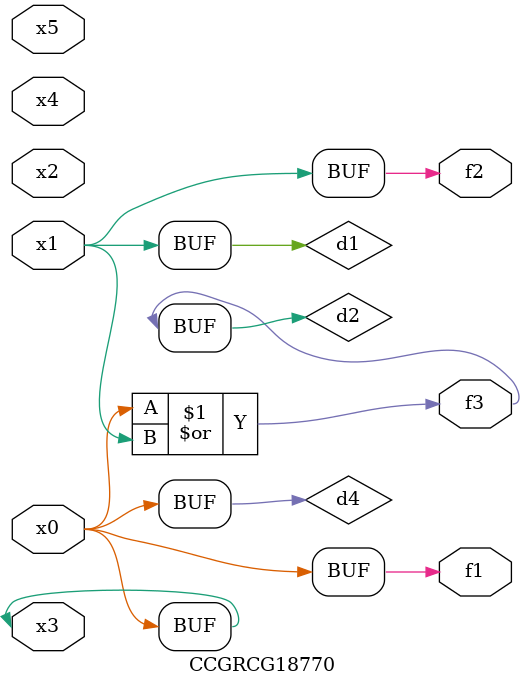
<source format=v>
module CCGRCG18770(
	input x0, x1, x2, x3, x4, x5,
	output f1, f2, f3
);

	wire d1, d2, d3, d4;

	and (d1, x1);
	or (d2, x0, x1);
	nand (d3, x0, x5);
	buf (d4, x0, x3);
	assign f1 = d4;
	assign f2 = d1;
	assign f3 = d2;
endmodule

</source>
